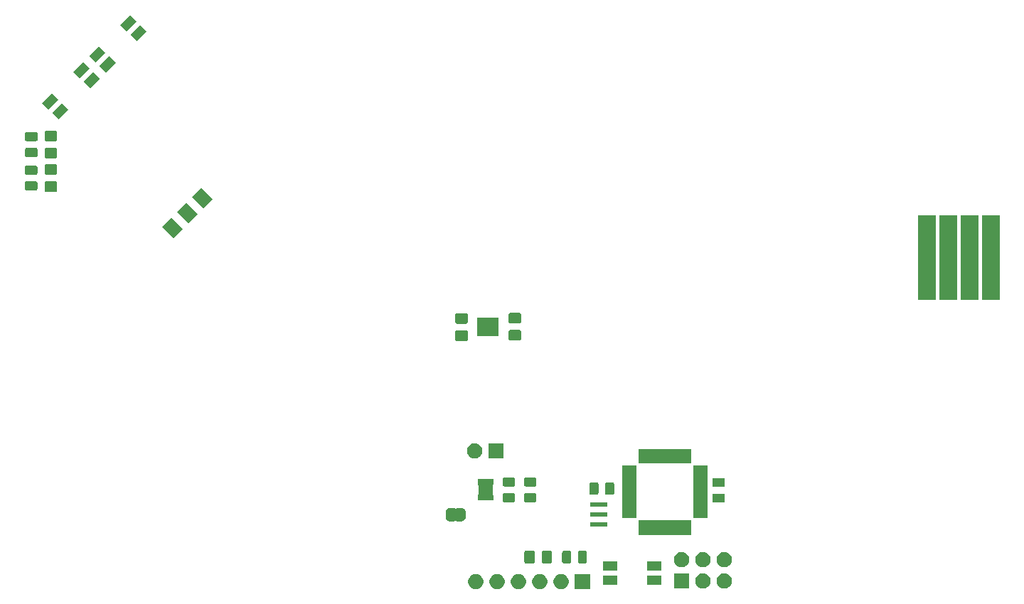
<source format=gbr>
G04 #@! TF.GenerationSoftware,KiCad,Pcbnew,(5.1.5-0-10_14)*
G04 #@! TF.CreationDate,2020-04-05T12:42:30-04:00*
G04 #@! TF.ProjectId,mobo,6d6f626f-2e6b-4696-9361-645f70636258,rev?*
G04 #@! TF.SameCoordinates,Original*
G04 #@! TF.FileFunction,Soldermask,Top*
G04 #@! TF.FilePolarity,Negative*
%FSLAX46Y46*%
G04 Gerber Fmt 4.6, Leading zero omitted, Abs format (unit mm)*
G04 Created by KiCad (PCBNEW (5.1.5-0-10_14)) date 2020-04-05 12:42:30*
%MOMM*%
%LPD*%
G04 APERTURE LIST*
%ADD10C,0.100000*%
G04 APERTURE END LIST*
D10*
G36*
X144699000Y-171988000D02*
G01*
X142897000Y-171988000D01*
X142897000Y-170186000D01*
X144699000Y-170186000D01*
X144699000Y-171988000D01*
G37*
G36*
X141371512Y-170190927D02*
G01*
X141520812Y-170220624D01*
X141684784Y-170288544D01*
X141832354Y-170387147D01*
X141957853Y-170512646D01*
X142056456Y-170660216D01*
X142124376Y-170824188D01*
X142159000Y-170998259D01*
X142159000Y-171175741D01*
X142124376Y-171349812D01*
X142056456Y-171513784D01*
X141957853Y-171661354D01*
X141832354Y-171786853D01*
X141684784Y-171885456D01*
X141520812Y-171953376D01*
X141371512Y-171983073D01*
X141346742Y-171988000D01*
X141169258Y-171988000D01*
X141144488Y-171983073D01*
X140995188Y-171953376D01*
X140831216Y-171885456D01*
X140683646Y-171786853D01*
X140558147Y-171661354D01*
X140459544Y-171513784D01*
X140391624Y-171349812D01*
X140357000Y-171175741D01*
X140357000Y-170998259D01*
X140391624Y-170824188D01*
X140459544Y-170660216D01*
X140558147Y-170512646D01*
X140683646Y-170387147D01*
X140831216Y-170288544D01*
X140995188Y-170220624D01*
X141144488Y-170190927D01*
X141169258Y-170186000D01*
X141346742Y-170186000D01*
X141371512Y-170190927D01*
G37*
G36*
X138831512Y-170190927D02*
G01*
X138980812Y-170220624D01*
X139144784Y-170288544D01*
X139292354Y-170387147D01*
X139417853Y-170512646D01*
X139516456Y-170660216D01*
X139584376Y-170824188D01*
X139619000Y-170998259D01*
X139619000Y-171175741D01*
X139584376Y-171349812D01*
X139516456Y-171513784D01*
X139417853Y-171661354D01*
X139292354Y-171786853D01*
X139144784Y-171885456D01*
X138980812Y-171953376D01*
X138831512Y-171983073D01*
X138806742Y-171988000D01*
X138629258Y-171988000D01*
X138604488Y-171983073D01*
X138455188Y-171953376D01*
X138291216Y-171885456D01*
X138143646Y-171786853D01*
X138018147Y-171661354D01*
X137919544Y-171513784D01*
X137851624Y-171349812D01*
X137817000Y-171175741D01*
X137817000Y-170998259D01*
X137851624Y-170824188D01*
X137919544Y-170660216D01*
X138018147Y-170512646D01*
X138143646Y-170387147D01*
X138291216Y-170288544D01*
X138455188Y-170220624D01*
X138604488Y-170190927D01*
X138629258Y-170186000D01*
X138806742Y-170186000D01*
X138831512Y-170190927D01*
G37*
G36*
X136291512Y-170190927D02*
G01*
X136440812Y-170220624D01*
X136604784Y-170288544D01*
X136752354Y-170387147D01*
X136877853Y-170512646D01*
X136976456Y-170660216D01*
X137044376Y-170824188D01*
X137079000Y-170998259D01*
X137079000Y-171175741D01*
X137044376Y-171349812D01*
X136976456Y-171513784D01*
X136877853Y-171661354D01*
X136752354Y-171786853D01*
X136604784Y-171885456D01*
X136440812Y-171953376D01*
X136291512Y-171983073D01*
X136266742Y-171988000D01*
X136089258Y-171988000D01*
X136064488Y-171983073D01*
X135915188Y-171953376D01*
X135751216Y-171885456D01*
X135603646Y-171786853D01*
X135478147Y-171661354D01*
X135379544Y-171513784D01*
X135311624Y-171349812D01*
X135277000Y-171175741D01*
X135277000Y-170998259D01*
X135311624Y-170824188D01*
X135379544Y-170660216D01*
X135478147Y-170512646D01*
X135603646Y-170387147D01*
X135751216Y-170288544D01*
X135915188Y-170220624D01*
X136064488Y-170190927D01*
X136089258Y-170186000D01*
X136266742Y-170186000D01*
X136291512Y-170190927D01*
G37*
G36*
X133751512Y-170190927D02*
G01*
X133900812Y-170220624D01*
X134064784Y-170288544D01*
X134212354Y-170387147D01*
X134337853Y-170512646D01*
X134436456Y-170660216D01*
X134504376Y-170824188D01*
X134539000Y-170998259D01*
X134539000Y-171175741D01*
X134504376Y-171349812D01*
X134436456Y-171513784D01*
X134337853Y-171661354D01*
X134212354Y-171786853D01*
X134064784Y-171885456D01*
X133900812Y-171953376D01*
X133751512Y-171983073D01*
X133726742Y-171988000D01*
X133549258Y-171988000D01*
X133524488Y-171983073D01*
X133375188Y-171953376D01*
X133211216Y-171885456D01*
X133063646Y-171786853D01*
X132938147Y-171661354D01*
X132839544Y-171513784D01*
X132771624Y-171349812D01*
X132737000Y-171175741D01*
X132737000Y-170998259D01*
X132771624Y-170824188D01*
X132839544Y-170660216D01*
X132938147Y-170512646D01*
X133063646Y-170387147D01*
X133211216Y-170288544D01*
X133375188Y-170220624D01*
X133524488Y-170190927D01*
X133549258Y-170186000D01*
X133726742Y-170186000D01*
X133751512Y-170190927D01*
G37*
G36*
X131211512Y-170190927D02*
G01*
X131360812Y-170220624D01*
X131524784Y-170288544D01*
X131672354Y-170387147D01*
X131797853Y-170512646D01*
X131896456Y-170660216D01*
X131964376Y-170824188D01*
X131999000Y-170998259D01*
X131999000Y-171175741D01*
X131964376Y-171349812D01*
X131896456Y-171513784D01*
X131797853Y-171661354D01*
X131672354Y-171786853D01*
X131524784Y-171885456D01*
X131360812Y-171953376D01*
X131211512Y-171983073D01*
X131186742Y-171988000D01*
X131009258Y-171988000D01*
X130984488Y-171983073D01*
X130835188Y-171953376D01*
X130671216Y-171885456D01*
X130523646Y-171786853D01*
X130398147Y-171661354D01*
X130299544Y-171513784D01*
X130231624Y-171349812D01*
X130197000Y-171175741D01*
X130197000Y-170998259D01*
X130231624Y-170824188D01*
X130299544Y-170660216D01*
X130398147Y-170512646D01*
X130523646Y-170387147D01*
X130671216Y-170288544D01*
X130835188Y-170220624D01*
X130984488Y-170190927D01*
X131009258Y-170186000D01*
X131186742Y-170186000D01*
X131211512Y-170190927D01*
G37*
G36*
X160793512Y-170103927D02*
G01*
X160942812Y-170133624D01*
X161106784Y-170201544D01*
X161254354Y-170300147D01*
X161379853Y-170425646D01*
X161478456Y-170573216D01*
X161546376Y-170737188D01*
X161581000Y-170911259D01*
X161581000Y-171088741D01*
X161546376Y-171262812D01*
X161478456Y-171426784D01*
X161379853Y-171574354D01*
X161254354Y-171699853D01*
X161106784Y-171798456D01*
X160942812Y-171866376D01*
X160793512Y-171896073D01*
X160768742Y-171901000D01*
X160591258Y-171901000D01*
X160566488Y-171896073D01*
X160417188Y-171866376D01*
X160253216Y-171798456D01*
X160105646Y-171699853D01*
X159980147Y-171574354D01*
X159881544Y-171426784D01*
X159813624Y-171262812D01*
X159779000Y-171088741D01*
X159779000Y-170911259D01*
X159813624Y-170737188D01*
X159881544Y-170573216D01*
X159980147Y-170425646D01*
X160105646Y-170300147D01*
X160253216Y-170201544D01*
X160417188Y-170133624D01*
X160566488Y-170103927D01*
X160591258Y-170099000D01*
X160768742Y-170099000D01*
X160793512Y-170103927D01*
G37*
G36*
X158253512Y-170103927D02*
G01*
X158402812Y-170133624D01*
X158566784Y-170201544D01*
X158714354Y-170300147D01*
X158839853Y-170425646D01*
X158938456Y-170573216D01*
X159006376Y-170737188D01*
X159041000Y-170911259D01*
X159041000Y-171088741D01*
X159006376Y-171262812D01*
X158938456Y-171426784D01*
X158839853Y-171574354D01*
X158714354Y-171699853D01*
X158566784Y-171798456D01*
X158402812Y-171866376D01*
X158253512Y-171896073D01*
X158228742Y-171901000D01*
X158051258Y-171901000D01*
X158026488Y-171896073D01*
X157877188Y-171866376D01*
X157713216Y-171798456D01*
X157565646Y-171699853D01*
X157440147Y-171574354D01*
X157341544Y-171426784D01*
X157273624Y-171262812D01*
X157239000Y-171088741D01*
X157239000Y-170911259D01*
X157273624Y-170737188D01*
X157341544Y-170573216D01*
X157440147Y-170425646D01*
X157565646Y-170300147D01*
X157713216Y-170201544D01*
X157877188Y-170133624D01*
X158026488Y-170103927D01*
X158051258Y-170099000D01*
X158228742Y-170099000D01*
X158253512Y-170103927D01*
G37*
G36*
X156501000Y-171901000D02*
G01*
X154699000Y-171901000D01*
X154699000Y-170099000D01*
X156501000Y-170099000D01*
X156501000Y-171901000D01*
G37*
G36*
X153151000Y-171501000D02*
G01*
X151499000Y-171501000D01*
X151499000Y-170399000D01*
X153151000Y-170399000D01*
X153151000Y-171501000D01*
G37*
G36*
X147901000Y-171501000D02*
G01*
X146249000Y-171501000D01*
X146249000Y-170399000D01*
X147901000Y-170399000D01*
X147901000Y-171501000D01*
G37*
G36*
X153151000Y-169801000D02*
G01*
X151499000Y-169801000D01*
X151499000Y-168699000D01*
X153151000Y-168699000D01*
X153151000Y-169801000D01*
G37*
G36*
X147901000Y-169801000D02*
G01*
X146249000Y-169801000D01*
X146249000Y-168699000D01*
X147901000Y-168699000D01*
X147901000Y-169801000D01*
G37*
G36*
X160793512Y-167563927D02*
G01*
X160942812Y-167593624D01*
X161106784Y-167661544D01*
X161254354Y-167760147D01*
X161379853Y-167885646D01*
X161478456Y-168033216D01*
X161546376Y-168197188D01*
X161581000Y-168371259D01*
X161581000Y-168548741D01*
X161546376Y-168722812D01*
X161478456Y-168886784D01*
X161379853Y-169034354D01*
X161254354Y-169159853D01*
X161106784Y-169258456D01*
X160942812Y-169326376D01*
X160793512Y-169356073D01*
X160768742Y-169361000D01*
X160591258Y-169361000D01*
X160566488Y-169356073D01*
X160417188Y-169326376D01*
X160253216Y-169258456D01*
X160105646Y-169159853D01*
X159980147Y-169034354D01*
X159881544Y-168886784D01*
X159813624Y-168722812D01*
X159779000Y-168548741D01*
X159779000Y-168371259D01*
X159813624Y-168197188D01*
X159881544Y-168033216D01*
X159980147Y-167885646D01*
X160105646Y-167760147D01*
X160253216Y-167661544D01*
X160417188Y-167593624D01*
X160566488Y-167563927D01*
X160591258Y-167559000D01*
X160768742Y-167559000D01*
X160793512Y-167563927D01*
G37*
G36*
X158253512Y-167563927D02*
G01*
X158402812Y-167593624D01*
X158566784Y-167661544D01*
X158714354Y-167760147D01*
X158839853Y-167885646D01*
X158938456Y-168033216D01*
X159006376Y-168197188D01*
X159041000Y-168371259D01*
X159041000Y-168548741D01*
X159006376Y-168722812D01*
X158938456Y-168886784D01*
X158839853Y-169034354D01*
X158714354Y-169159853D01*
X158566784Y-169258456D01*
X158402812Y-169326376D01*
X158253512Y-169356073D01*
X158228742Y-169361000D01*
X158051258Y-169361000D01*
X158026488Y-169356073D01*
X157877188Y-169326376D01*
X157713216Y-169258456D01*
X157565646Y-169159853D01*
X157440147Y-169034354D01*
X157341544Y-168886784D01*
X157273624Y-168722812D01*
X157239000Y-168548741D01*
X157239000Y-168371259D01*
X157273624Y-168197188D01*
X157341544Y-168033216D01*
X157440147Y-167885646D01*
X157565646Y-167760147D01*
X157713216Y-167661544D01*
X157877188Y-167593624D01*
X158026488Y-167563927D01*
X158051258Y-167559000D01*
X158228742Y-167559000D01*
X158253512Y-167563927D01*
G37*
G36*
X155713512Y-167563927D02*
G01*
X155862812Y-167593624D01*
X156026784Y-167661544D01*
X156174354Y-167760147D01*
X156299853Y-167885646D01*
X156398456Y-168033216D01*
X156466376Y-168197188D01*
X156501000Y-168371259D01*
X156501000Y-168548741D01*
X156466376Y-168722812D01*
X156398456Y-168886784D01*
X156299853Y-169034354D01*
X156174354Y-169159853D01*
X156026784Y-169258456D01*
X155862812Y-169326376D01*
X155713512Y-169356073D01*
X155688742Y-169361000D01*
X155511258Y-169361000D01*
X155486488Y-169356073D01*
X155337188Y-169326376D01*
X155173216Y-169258456D01*
X155025646Y-169159853D01*
X154900147Y-169034354D01*
X154801544Y-168886784D01*
X154733624Y-168722812D01*
X154699000Y-168548741D01*
X154699000Y-168371259D01*
X154733624Y-168197188D01*
X154801544Y-168033216D01*
X154900147Y-167885646D01*
X155025646Y-167760147D01*
X155173216Y-167661544D01*
X155337188Y-167593624D01*
X155486488Y-167563927D01*
X155511258Y-167559000D01*
X155688742Y-167559000D01*
X155713512Y-167563927D01*
G37*
G36*
X140025674Y-167411465D02*
G01*
X140063367Y-167422899D01*
X140098103Y-167441466D01*
X140128548Y-167466452D01*
X140153534Y-167496897D01*
X140172101Y-167531633D01*
X140183535Y-167569326D01*
X140188000Y-167614661D01*
X140188000Y-168701339D01*
X140183535Y-168746674D01*
X140172101Y-168784367D01*
X140153534Y-168819103D01*
X140128548Y-168849548D01*
X140098103Y-168874534D01*
X140063367Y-168893101D01*
X140025674Y-168904535D01*
X139980339Y-168909000D01*
X139143661Y-168909000D01*
X139098326Y-168904535D01*
X139060633Y-168893101D01*
X139025897Y-168874534D01*
X138995452Y-168849548D01*
X138970466Y-168819103D01*
X138951899Y-168784367D01*
X138940465Y-168746674D01*
X138936000Y-168701339D01*
X138936000Y-167614661D01*
X138940465Y-167569326D01*
X138951899Y-167531633D01*
X138970466Y-167496897D01*
X138995452Y-167466452D01*
X139025897Y-167441466D01*
X139060633Y-167422899D01*
X139098326Y-167411465D01*
X139143661Y-167407000D01*
X139980339Y-167407000D01*
X140025674Y-167411465D01*
G37*
G36*
X137975674Y-167411465D02*
G01*
X138013367Y-167422899D01*
X138048103Y-167441466D01*
X138078548Y-167466452D01*
X138103534Y-167496897D01*
X138122101Y-167531633D01*
X138133535Y-167569326D01*
X138138000Y-167614661D01*
X138138000Y-168701339D01*
X138133535Y-168746674D01*
X138122101Y-168784367D01*
X138103534Y-168819103D01*
X138078548Y-168849548D01*
X138048103Y-168874534D01*
X138013367Y-168893101D01*
X137975674Y-168904535D01*
X137930339Y-168909000D01*
X137093661Y-168909000D01*
X137048326Y-168904535D01*
X137010633Y-168893101D01*
X136975897Y-168874534D01*
X136945452Y-168849548D01*
X136920466Y-168819103D01*
X136901899Y-168784367D01*
X136890465Y-168746674D01*
X136886000Y-168701339D01*
X136886000Y-167614661D01*
X136890465Y-167569326D01*
X136901899Y-167531633D01*
X136920466Y-167496897D01*
X136945452Y-167466452D01*
X136975897Y-167441466D01*
X137010633Y-167422899D01*
X137048326Y-167411465D01*
X137093661Y-167407000D01*
X137930339Y-167407000D01*
X137975674Y-167411465D01*
G37*
G36*
X142289468Y-167411565D02*
G01*
X142328138Y-167423296D01*
X142363777Y-167442346D01*
X142395017Y-167467983D01*
X142420654Y-167499223D01*
X142439704Y-167534862D01*
X142451435Y-167573532D01*
X142456000Y-167619888D01*
X142456000Y-168696112D01*
X142451435Y-168742468D01*
X142439704Y-168781138D01*
X142420654Y-168816777D01*
X142395017Y-168848017D01*
X142363777Y-168873654D01*
X142328138Y-168892704D01*
X142289468Y-168904435D01*
X142243112Y-168909000D01*
X141591888Y-168909000D01*
X141545532Y-168904435D01*
X141506862Y-168892704D01*
X141471223Y-168873654D01*
X141439983Y-168848017D01*
X141414346Y-168816777D01*
X141395296Y-168781138D01*
X141383565Y-168742468D01*
X141379000Y-168696112D01*
X141379000Y-167619888D01*
X141383565Y-167573532D01*
X141395296Y-167534862D01*
X141414346Y-167499223D01*
X141439983Y-167467983D01*
X141471223Y-167442346D01*
X141506862Y-167423296D01*
X141545532Y-167411565D01*
X141591888Y-167407000D01*
X142243112Y-167407000D01*
X142289468Y-167411565D01*
G37*
G36*
X144164468Y-167411565D02*
G01*
X144203138Y-167423296D01*
X144238777Y-167442346D01*
X144270017Y-167467983D01*
X144295654Y-167499223D01*
X144314704Y-167534862D01*
X144326435Y-167573532D01*
X144331000Y-167619888D01*
X144331000Y-168696112D01*
X144326435Y-168742468D01*
X144314704Y-168781138D01*
X144295654Y-168816777D01*
X144270017Y-168848017D01*
X144238777Y-168873654D01*
X144203138Y-168892704D01*
X144164468Y-168904435D01*
X144118112Y-168909000D01*
X143466888Y-168909000D01*
X143420532Y-168904435D01*
X143381862Y-168892704D01*
X143346223Y-168873654D01*
X143314983Y-168848017D01*
X143289346Y-168816777D01*
X143270296Y-168781138D01*
X143258565Y-168742468D01*
X143254000Y-168696112D01*
X143254000Y-167619888D01*
X143258565Y-167573532D01*
X143270296Y-167534862D01*
X143289346Y-167499223D01*
X143314983Y-167467983D01*
X143346223Y-167442346D01*
X143381862Y-167423296D01*
X143420532Y-167411565D01*
X143466888Y-167407000D01*
X144118112Y-167407000D01*
X144164468Y-167411565D01*
G37*
G36*
X156726000Y-165501000D02*
G01*
X150474000Y-165501000D01*
X150474000Y-163799000D01*
X156726000Y-163799000D01*
X156726000Y-165501000D01*
G37*
G36*
X146734000Y-164549000D02*
G01*
X144732000Y-164549000D01*
X144732000Y-164047000D01*
X146734000Y-164047000D01*
X146734000Y-164549000D01*
G37*
G36*
X128559999Y-162299737D02*
G01*
X128569608Y-162302652D01*
X128578472Y-162307390D01*
X128586237Y-162313763D01*
X128596448Y-162326206D01*
X128603378Y-162336575D01*
X128620705Y-162353902D01*
X128641080Y-162367515D01*
X128663720Y-162376891D01*
X128687753Y-162381671D01*
X128712257Y-162381670D01*
X128736290Y-162376888D01*
X128758929Y-162367510D01*
X128779302Y-162353895D01*
X128796629Y-162336568D01*
X128803558Y-162326198D01*
X128813763Y-162313763D01*
X128821528Y-162307390D01*
X128830392Y-162302652D01*
X128840001Y-162299737D01*
X128856140Y-162298148D01*
X129343861Y-162298148D01*
X129362199Y-162299954D01*
X129374450Y-162300556D01*
X129392869Y-162300556D01*
X129415149Y-162302750D01*
X129499233Y-162319476D01*
X129520660Y-162325976D01*
X129599858Y-162358780D01*
X129605303Y-162361691D01*
X129605309Y-162361693D01*
X129614169Y-162366429D01*
X129614173Y-162366432D01*
X129619614Y-162369340D01*
X129690899Y-162416971D01*
X129708204Y-162431172D01*
X129768828Y-162491796D01*
X129783029Y-162509101D01*
X129830660Y-162580386D01*
X129833568Y-162585827D01*
X129833571Y-162585831D01*
X129838307Y-162594691D01*
X129838309Y-162594697D01*
X129841220Y-162600142D01*
X129874024Y-162679340D01*
X129880524Y-162700767D01*
X129897250Y-162784851D01*
X129899444Y-162807131D01*
X129899444Y-162825550D01*
X129900046Y-162837801D01*
X129901852Y-162856139D01*
X129901852Y-163343862D01*
X129900046Y-163362199D01*
X129899444Y-163374450D01*
X129899444Y-163392869D01*
X129897250Y-163415149D01*
X129880524Y-163499233D01*
X129874024Y-163520660D01*
X129841220Y-163599858D01*
X129838309Y-163605303D01*
X129838307Y-163605309D01*
X129833571Y-163614169D01*
X129833568Y-163614173D01*
X129830660Y-163619614D01*
X129783029Y-163690899D01*
X129768828Y-163708204D01*
X129708204Y-163768828D01*
X129690899Y-163783029D01*
X129619614Y-163830660D01*
X129614173Y-163833568D01*
X129614169Y-163833571D01*
X129605309Y-163838307D01*
X129605303Y-163838309D01*
X129599858Y-163841220D01*
X129520660Y-163874024D01*
X129499233Y-163880524D01*
X129415149Y-163897250D01*
X129392869Y-163899444D01*
X129374450Y-163899444D01*
X129362199Y-163900046D01*
X129343862Y-163901852D01*
X128856140Y-163901852D01*
X128840001Y-163900263D01*
X128830392Y-163897348D01*
X128821528Y-163892610D01*
X128813763Y-163886237D01*
X128803552Y-163873794D01*
X128796622Y-163863425D01*
X128779295Y-163846098D01*
X128758920Y-163832485D01*
X128736280Y-163823109D01*
X128712247Y-163818329D01*
X128687743Y-163818330D01*
X128663710Y-163823112D01*
X128641071Y-163832490D01*
X128620698Y-163846105D01*
X128603371Y-163863432D01*
X128596442Y-163873802D01*
X128586237Y-163886237D01*
X128578472Y-163892610D01*
X128569608Y-163897348D01*
X128559999Y-163900263D01*
X128543860Y-163901852D01*
X128056138Y-163901852D01*
X128037801Y-163900046D01*
X128025550Y-163899444D01*
X128007131Y-163899444D01*
X127984851Y-163897250D01*
X127900767Y-163880524D01*
X127879340Y-163874024D01*
X127800142Y-163841220D01*
X127794697Y-163838309D01*
X127794691Y-163838307D01*
X127785831Y-163833571D01*
X127785827Y-163833568D01*
X127780386Y-163830660D01*
X127709101Y-163783029D01*
X127691796Y-163768828D01*
X127631172Y-163708204D01*
X127616971Y-163690899D01*
X127569340Y-163619614D01*
X127566432Y-163614173D01*
X127566429Y-163614169D01*
X127561693Y-163605309D01*
X127561691Y-163605303D01*
X127558780Y-163599858D01*
X127525976Y-163520660D01*
X127519476Y-163499233D01*
X127502750Y-163415149D01*
X127500556Y-163392869D01*
X127500556Y-163374450D01*
X127499954Y-163362199D01*
X127498148Y-163343862D01*
X127498148Y-162856139D01*
X127499954Y-162837801D01*
X127500556Y-162825550D01*
X127500556Y-162807131D01*
X127502750Y-162784851D01*
X127519476Y-162700767D01*
X127525976Y-162679340D01*
X127558780Y-162600142D01*
X127561691Y-162594697D01*
X127561693Y-162594691D01*
X127566429Y-162585831D01*
X127566432Y-162585827D01*
X127569340Y-162580386D01*
X127616971Y-162509101D01*
X127631172Y-162491796D01*
X127691796Y-162431172D01*
X127709101Y-162416971D01*
X127780386Y-162369340D01*
X127785827Y-162366432D01*
X127785831Y-162366429D01*
X127794691Y-162361693D01*
X127794697Y-162361691D01*
X127800142Y-162358780D01*
X127879340Y-162325976D01*
X127900767Y-162319476D01*
X127984851Y-162302750D01*
X128007131Y-162300556D01*
X128025550Y-162300556D01*
X128037801Y-162299954D01*
X128056139Y-162298148D01*
X128543860Y-162298148D01*
X128559999Y-162299737D01*
G37*
G36*
X150201000Y-163526000D02*
G01*
X148499000Y-163526000D01*
X148499000Y-157274000D01*
X150201000Y-157274000D01*
X150201000Y-163526000D01*
G37*
G36*
X158701000Y-163526000D02*
G01*
X156999000Y-163526000D01*
X156999000Y-157274000D01*
X158701000Y-157274000D01*
X158701000Y-163526000D01*
G37*
G36*
X146734000Y-163349000D02*
G01*
X144732000Y-163349000D01*
X144732000Y-162847000D01*
X146734000Y-162847000D01*
X146734000Y-163349000D01*
G37*
G36*
X146734000Y-162149000D02*
G01*
X144732000Y-162149000D01*
X144732000Y-161647000D01*
X146734000Y-161647000D01*
X146734000Y-162149000D01*
G37*
G36*
X160584468Y-160603565D02*
G01*
X160623138Y-160615296D01*
X160658777Y-160634346D01*
X160690017Y-160659983D01*
X160715654Y-160691223D01*
X160734704Y-160726862D01*
X160746435Y-160765532D01*
X160751000Y-160811888D01*
X160751000Y-161463112D01*
X160746435Y-161509468D01*
X160734704Y-161548138D01*
X160715654Y-161583777D01*
X160690017Y-161615017D01*
X160658777Y-161640654D01*
X160623138Y-161659704D01*
X160584468Y-161671435D01*
X160538112Y-161676000D01*
X159461888Y-161676000D01*
X159415532Y-161671435D01*
X159376862Y-161659704D01*
X159341223Y-161640654D01*
X159309983Y-161615017D01*
X159284346Y-161583777D01*
X159265296Y-161548138D01*
X159253565Y-161509468D01*
X159249000Y-161463112D01*
X159249000Y-160811888D01*
X159253565Y-160765532D01*
X159265296Y-160726862D01*
X159284346Y-160691223D01*
X159309983Y-160659983D01*
X159341223Y-160634346D01*
X159376862Y-160615296D01*
X159415532Y-160603565D01*
X159461888Y-160599000D01*
X160538112Y-160599000D01*
X160584468Y-160603565D01*
G37*
G36*
X135625468Y-160543565D02*
G01*
X135664138Y-160555296D01*
X135699777Y-160574346D01*
X135731017Y-160599983D01*
X135756654Y-160631223D01*
X135775704Y-160666862D01*
X135787435Y-160705532D01*
X135792000Y-160751888D01*
X135792000Y-161403112D01*
X135787435Y-161449468D01*
X135775704Y-161488138D01*
X135756654Y-161523777D01*
X135731017Y-161555017D01*
X135699777Y-161580654D01*
X135664138Y-161599704D01*
X135625468Y-161611435D01*
X135579112Y-161616000D01*
X134502888Y-161616000D01*
X134456532Y-161611435D01*
X134417862Y-161599704D01*
X134382223Y-161580654D01*
X134350983Y-161555017D01*
X134325346Y-161523777D01*
X134306296Y-161488138D01*
X134294565Y-161449468D01*
X134290000Y-161403112D01*
X134290000Y-160751888D01*
X134294565Y-160705532D01*
X134306296Y-160666862D01*
X134325346Y-160631223D01*
X134350983Y-160599983D01*
X134382223Y-160574346D01*
X134417862Y-160555296D01*
X134456532Y-160543565D01*
X134502888Y-160539000D01*
X135579112Y-160539000D01*
X135625468Y-160543565D01*
G37*
G36*
X138165468Y-160543565D02*
G01*
X138204138Y-160555296D01*
X138239777Y-160574346D01*
X138271017Y-160599983D01*
X138296654Y-160631223D01*
X138315704Y-160666862D01*
X138327435Y-160705532D01*
X138332000Y-160751888D01*
X138332000Y-161403112D01*
X138327435Y-161449468D01*
X138315704Y-161488138D01*
X138296654Y-161523777D01*
X138271017Y-161555017D01*
X138239777Y-161580654D01*
X138204138Y-161599704D01*
X138165468Y-161611435D01*
X138119112Y-161616000D01*
X137042888Y-161616000D01*
X136996532Y-161611435D01*
X136957862Y-161599704D01*
X136922223Y-161580654D01*
X136890983Y-161555017D01*
X136865346Y-161523777D01*
X136846296Y-161488138D01*
X136834565Y-161449468D01*
X136830000Y-161403112D01*
X136830000Y-160751888D01*
X136834565Y-160705532D01*
X136846296Y-160666862D01*
X136865346Y-160631223D01*
X136890983Y-160599983D01*
X136922223Y-160574346D01*
X136957862Y-160555296D01*
X136996532Y-160543565D01*
X137042888Y-160539000D01*
X138119112Y-160539000D01*
X138165468Y-160543565D01*
G37*
G36*
X133173000Y-159501672D02*
G01*
X133153553Y-159512066D01*
X133134611Y-159527611D01*
X133119066Y-159546553D01*
X133107515Y-159568164D01*
X133100402Y-159591613D01*
X133098000Y-159615999D01*
X133098000Y-160664001D01*
X133100402Y-160688387D01*
X133107515Y-160711836D01*
X133119066Y-160733447D01*
X133134611Y-160752389D01*
X133153553Y-160767934D01*
X133173000Y-160778328D01*
X133173000Y-161391000D01*
X131321000Y-161391000D01*
X131321000Y-160778328D01*
X131340447Y-160767934D01*
X131359389Y-160752389D01*
X131374934Y-160733447D01*
X131386485Y-160711836D01*
X131393598Y-160688387D01*
X131396000Y-160664001D01*
X131396000Y-159615999D01*
X131393598Y-159591613D01*
X131386485Y-159568164D01*
X131374934Y-159546553D01*
X131359389Y-159527611D01*
X131340447Y-159512066D01*
X131321000Y-159501672D01*
X131321000Y-158889000D01*
X133173000Y-158889000D01*
X133173000Y-159501672D01*
G37*
G36*
X145534468Y-159253565D02*
G01*
X145573138Y-159265296D01*
X145608777Y-159284346D01*
X145640017Y-159309983D01*
X145665654Y-159341223D01*
X145684704Y-159376862D01*
X145696435Y-159415532D01*
X145701000Y-159461888D01*
X145701000Y-160538112D01*
X145696435Y-160584468D01*
X145684704Y-160623138D01*
X145665654Y-160658777D01*
X145640017Y-160690017D01*
X145608777Y-160715654D01*
X145573138Y-160734704D01*
X145534468Y-160746435D01*
X145488112Y-160751000D01*
X144836888Y-160751000D01*
X144790532Y-160746435D01*
X144751862Y-160734704D01*
X144716223Y-160715654D01*
X144684983Y-160690017D01*
X144659346Y-160658777D01*
X144640296Y-160623138D01*
X144628565Y-160584468D01*
X144624000Y-160538112D01*
X144624000Y-159461888D01*
X144628565Y-159415532D01*
X144640296Y-159376862D01*
X144659346Y-159341223D01*
X144684983Y-159309983D01*
X144716223Y-159284346D01*
X144751862Y-159265296D01*
X144790532Y-159253565D01*
X144836888Y-159249000D01*
X145488112Y-159249000D01*
X145534468Y-159253565D01*
G37*
G36*
X147409468Y-159253565D02*
G01*
X147448138Y-159265296D01*
X147483777Y-159284346D01*
X147515017Y-159309983D01*
X147540654Y-159341223D01*
X147559704Y-159376862D01*
X147571435Y-159415532D01*
X147576000Y-159461888D01*
X147576000Y-160538112D01*
X147571435Y-160584468D01*
X147559704Y-160623138D01*
X147540654Y-160658777D01*
X147515017Y-160690017D01*
X147483777Y-160715654D01*
X147448138Y-160734704D01*
X147409468Y-160746435D01*
X147363112Y-160751000D01*
X146711888Y-160751000D01*
X146665532Y-160746435D01*
X146626862Y-160734704D01*
X146591223Y-160715654D01*
X146559983Y-160690017D01*
X146534346Y-160658777D01*
X146515296Y-160623138D01*
X146503565Y-160584468D01*
X146499000Y-160538112D01*
X146499000Y-159461888D01*
X146503565Y-159415532D01*
X146515296Y-159376862D01*
X146534346Y-159341223D01*
X146559983Y-159309983D01*
X146591223Y-159284346D01*
X146626862Y-159265296D01*
X146665532Y-159253565D01*
X146711888Y-159249000D01*
X147363112Y-159249000D01*
X147409468Y-159253565D01*
G37*
G36*
X160584468Y-158728565D02*
G01*
X160623138Y-158740296D01*
X160658777Y-158759346D01*
X160690017Y-158784983D01*
X160715654Y-158816223D01*
X160734704Y-158851862D01*
X160746435Y-158890532D01*
X160751000Y-158936888D01*
X160751000Y-159588112D01*
X160746435Y-159634468D01*
X160734704Y-159673138D01*
X160715654Y-159708777D01*
X160690017Y-159740017D01*
X160658777Y-159765654D01*
X160623138Y-159784704D01*
X160584468Y-159796435D01*
X160538112Y-159801000D01*
X159461888Y-159801000D01*
X159415532Y-159796435D01*
X159376862Y-159784704D01*
X159341223Y-159765654D01*
X159309983Y-159740017D01*
X159284346Y-159708777D01*
X159265296Y-159673138D01*
X159253565Y-159634468D01*
X159249000Y-159588112D01*
X159249000Y-158936888D01*
X159253565Y-158890532D01*
X159265296Y-158851862D01*
X159284346Y-158816223D01*
X159309983Y-158784983D01*
X159341223Y-158759346D01*
X159376862Y-158740296D01*
X159415532Y-158728565D01*
X159461888Y-158724000D01*
X160538112Y-158724000D01*
X160584468Y-158728565D01*
G37*
G36*
X138165468Y-158668565D02*
G01*
X138204138Y-158680296D01*
X138239777Y-158699346D01*
X138271017Y-158724983D01*
X138296654Y-158756223D01*
X138315704Y-158791862D01*
X138327435Y-158830532D01*
X138332000Y-158876888D01*
X138332000Y-159528112D01*
X138327435Y-159574468D01*
X138315704Y-159613138D01*
X138296654Y-159648777D01*
X138271017Y-159680017D01*
X138239777Y-159705654D01*
X138204138Y-159724704D01*
X138165468Y-159736435D01*
X138119112Y-159741000D01*
X137042888Y-159741000D01*
X136996532Y-159736435D01*
X136957862Y-159724704D01*
X136922223Y-159705654D01*
X136890983Y-159680017D01*
X136865346Y-159648777D01*
X136846296Y-159613138D01*
X136834565Y-159574468D01*
X136830000Y-159528112D01*
X136830000Y-158876888D01*
X136834565Y-158830532D01*
X136846296Y-158791862D01*
X136865346Y-158756223D01*
X136890983Y-158724983D01*
X136922223Y-158699346D01*
X136957862Y-158680296D01*
X136996532Y-158668565D01*
X137042888Y-158664000D01*
X138119112Y-158664000D01*
X138165468Y-158668565D01*
G37*
G36*
X135625468Y-158668565D02*
G01*
X135664138Y-158680296D01*
X135699777Y-158699346D01*
X135731017Y-158724983D01*
X135756654Y-158756223D01*
X135775704Y-158791862D01*
X135787435Y-158830532D01*
X135792000Y-158876888D01*
X135792000Y-159528112D01*
X135787435Y-159574468D01*
X135775704Y-159613138D01*
X135756654Y-159648777D01*
X135731017Y-159680017D01*
X135699777Y-159705654D01*
X135664138Y-159724704D01*
X135625468Y-159736435D01*
X135579112Y-159741000D01*
X134502888Y-159741000D01*
X134456532Y-159736435D01*
X134417862Y-159724704D01*
X134382223Y-159705654D01*
X134350983Y-159680017D01*
X134325346Y-159648777D01*
X134306296Y-159613138D01*
X134294565Y-159574468D01*
X134290000Y-159528112D01*
X134290000Y-158876888D01*
X134294565Y-158830532D01*
X134306296Y-158791862D01*
X134325346Y-158756223D01*
X134350983Y-158724983D01*
X134382223Y-158699346D01*
X134417862Y-158680296D01*
X134456532Y-158668565D01*
X134502888Y-158664000D01*
X135579112Y-158664000D01*
X135625468Y-158668565D01*
G37*
G36*
X156726000Y-157001000D02*
G01*
X150474000Y-157001000D01*
X150474000Y-155299000D01*
X156726000Y-155299000D01*
X156726000Y-157001000D01*
G37*
G36*
X134401000Y-156401000D02*
G01*
X132599000Y-156401000D01*
X132599000Y-154599000D01*
X134401000Y-154599000D01*
X134401000Y-156401000D01*
G37*
G36*
X131073512Y-154603927D02*
G01*
X131222812Y-154633624D01*
X131386784Y-154701544D01*
X131534354Y-154800147D01*
X131659853Y-154925646D01*
X131758456Y-155073216D01*
X131826376Y-155237188D01*
X131861000Y-155411259D01*
X131861000Y-155588741D01*
X131826376Y-155762812D01*
X131758456Y-155926784D01*
X131659853Y-156074354D01*
X131534354Y-156199853D01*
X131386784Y-156298456D01*
X131222812Y-156366376D01*
X131073512Y-156396073D01*
X131048742Y-156401000D01*
X130871258Y-156401000D01*
X130846488Y-156396073D01*
X130697188Y-156366376D01*
X130533216Y-156298456D01*
X130385646Y-156199853D01*
X130260147Y-156074354D01*
X130161544Y-155926784D01*
X130093624Y-155762812D01*
X130059000Y-155588741D01*
X130059000Y-155411259D01*
X130093624Y-155237188D01*
X130161544Y-155073216D01*
X130260147Y-154925646D01*
X130385646Y-154800147D01*
X130533216Y-154701544D01*
X130697188Y-154633624D01*
X130846488Y-154603927D01*
X130871258Y-154599000D01*
X131048742Y-154599000D01*
X131073512Y-154603927D01*
G37*
G36*
X129988674Y-141153465D02*
G01*
X130026367Y-141164899D01*
X130061103Y-141183466D01*
X130091548Y-141208452D01*
X130116534Y-141238897D01*
X130135101Y-141273633D01*
X130146535Y-141311326D01*
X130151000Y-141356661D01*
X130151000Y-142193339D01*
X130146535Y-142238674D01*
X130135101Y-142276367D01*
X130116534Y-142311103D01*
X130091548Y-142341548D01*
X130061103Y-142366534D01*
X130026367Y-142385101D01*
X129988674Y-142396535D01*
X129943339Y-142401000D01*
X128856661Y-142401000D01*
X128811326Y-142396535D01*
X128773633Y-142385101D01*
X128738897Y-142366534D01*
X128708452Y-142341548D01*
X128683466Y-142311103D01*
X128664899Y-142276367D01*
X128653465Y-142238674D01*
X128649000Y-142193339D01*
X128649000Y-141356661D01*
X128653465Y-141311326D01*
X128664899Y-141273633D01*
X128683466Y-141238897D01*
X128708452Y-141208452D01*
X128738897Y-141183466D01*
X128773633Y-141164899D01*
X128811326Y-141153465D01*
X128856661Y-141149000D01*
X129943339Y-141149000D01*
X129988674Y-141153465D01*
G37*
G36*
X136338674Y-141103465D02*
G01*
X136376367Y-141114899D01*
X136411103Y-141133466D01*
X136441548Y-141158452D01*
X136466534Y-141188897D01*
X136485101Y-141223633D01*
X136496535Y-141261326D01*
X136501000Y-141306661D01*
X136501000Y-142143339D01*
X136496535Y-142188674D01*
X136485101Y-142226367D01*
X136466534Y-142261103D01*
X136441548Y-142291548D01*
X136411103Y-142316534D01*
X136376367Y-142335101D01*
X136338674Y-142346535D01*
X136293339Y-142351000D01*
X135206661Y-142351000D01*
X135161326Y-142346535D01*
X135123633Y-142335101D01*
X135088897Y-142316534D01*
X135058452Y-142291548D01*
X135033466Y-142261103D01*
X135014899Y-142226367D01*
X135003465Y-142188674D01*
X134999000Y-142143339D01*
X134999000Y-141306661D01*
X135003465Y-141261326D01*
X135014899Y-141223633D01*
X135033466Y-141188897D01*
X135058452Y-141158452D01*
X135088897Y-141133466D01*
X135123633Y-141114899D01*
X135161326Y-141103465D01*
X135206661Y-141099000D01*
X136293339Y-141099000D01*
X136338674Y-141103465D01*
G37*
G36*
X133826000Y-141861000D02*
G01*
X131274000Y-141861000D01*
X131274000Y-139649000D01*
X133826000Y-139649000D01*
X133826000Y-141861000D01*
G37*
G36*
X129988674Y-139103465D02*
G01*
X130026367Y-139114899D01*
X130061103Y-139133466D01*
X130091548Y-139158452D01*
X130116534Y-139188897D01*
X130135101Y-139223633D01*
X130146535Y-139261326D01*
X130151000Y-139306661D01*
X130151000Y-140143339D01*
X130146535Y-140188674D01*
X130135101Y-140226367D01*
X130116534Y-140261103D01*
X130091548Y-140291548D01*
X130061103Y-140316534D01*
X130026367Y-140335101D01*
X129988674Y-140346535D01*
X129943339Y-140351000D01*
X128856661Y-140351000D01*
X128811326Y-140346535D01*
X128773633Y-140335101D01*
X128738897Y-140316534D01*
X128708452Y-140291548D01*
X128683466Y-140261103D01*
X128664899Y-140226367D01*
X128653465Y-140188674D01*
X128649000Y-140143339D01*
X128649000Y-139306661D01*
X128653465Y-139261326D01*
X128664899Y-139223633D01*
X128683466Y-139188897D01*
X128708452Y-139158452D01*
X128738897Y-139133466D01*
X128773633Y-139114899D01*
X128811326Y-139103465D01*
X128856661Y-139099000D01*
X129943339Y-139099000D01*
X129988674Y-139103465D01*
G37*
G36*
X136338674Y-139053465D02*
G01*
X136376367Y-139064899D01*
X136411103Y-139083466D01*
X136441548Y-139108452D01*
X136466534Y-139138897D01*
X136485101Y-139173633D01*
X136496535Y-139211326D01*
X136501000Y-139256661D01*
X136501000Y-140093339D01*
X136496535Y-140138674D01*
X136485101Y-140176367D01*
X136466534Y-140211103D01*
X136441548Y-140241548D01*
X136411103Y-140266534D01*
X136376367Y-140285101D01*
X136338674Y-140296535D01*
X136293339Y-140301000D01*
X135206661Y-140301000D01*
X135161326Y-140296535D01*
X135123633Y-140285101D01*
X135088897Y-140266534D01*
X135058452Y-140241548D01*
X135033466Y-140211103D01*
X135014899Y-140176367D01*
X135003465Y-140138674D01*
X134999000Y-140093339D01*
X134999000Y-139256661D01*
X135003465Y-139211326D01*
X135014899Y-139173633D01*
X135033466Y-139138897D01*
X135058452Y-139108452D01*
X135088897Y-139083466D01*
X135123633Y-139064899D01*
X135161326Y-139053465D01*
X135206661Y-139049000D01*
X136293339Y-139049000D01*
X136338674Y-139053465D01*
G37*
G36*
X185836000Y-137551000D02*
G01*
X183734000Y-137551000D01*
X183734000Y-127449000D01*
X185836000Y-127449000D01*
X185836000Y-137551000D01*
G37*
G36*
X188376000Y-137551000D02*
G01*
X186274000Y-137551000D01*
X186274000Y-127449000D01*
X188376000Y-127449000D01*
X188376000Y-137551000D01*
G37*
G36*
X190916000Y-137551000D02*
G01*
X188814000Y-137551000D01*
X188814000Y-127449000D01*
X190916000Y-127449000D01*
X190916000Y-137551000D01*
G37*
G36*
X193456000Y-137551000D02*
G01*
X191354000Y-137551000D01*
X191354000Y-127449000D01*
X193456000Y-127449000D01*
X193456000Y-137551000D01*
G37*
G36*
X96238851Y-129006066D02*
G01*
X95106066Y-130138851D01*
X93761149Y-128793934D01*
X94893934Y-127661149D01*
X96238851Y-129006066D01*
G37*
G36*
X98006618Y-127238299D02*
G01*
X96873833Y-128371084D01*
X95528916Y-127026167D01*
X96661701Y-125893382D01*
X98006618Y-127238299D01*
G37*
G36*
X99774385Y-125470532D02*
G01*
X98641600Y-126603317D01*
X97296683Y-125258400D01*
X98429468Y-124125615D01*
X99774385Y-125470532D01*
G37*
G36*
X81098527Y-123403465D02*
G01*
X81136220Y-123414899D01*
X81170956Y-123433466D01*
X81201401Y-123458452D01*
X81226387Y-123488897D01*
X81244954Y-123523633D01*
X81256388Y-123561326D01*
X81260853Y-123606661D01*
X81260853Y-124443339D01*
X81256388Y-124488674D01*
X81244954Y-124526367D01*
X81226387Y-124561103D01*
X81201401Y-124591548D01*
X81170956Y-124616534D01*
X81136220Y-124635101D01*
X81098527Y-124646535D01*
X81053192Y-124651000D01*
X79966514Y-124651000D01*
X79921179Y-124646535D01*
X79883486Y-124635101D01*
X79848750Y-124616534D01*
X79818305Y-124591548D01*
X79793319Y-124561103D01*
X79774752Y-124526367D01*
X79763318Y-124488674D01*
X79758853Y-124443339D01*
X79758853Y-123606661D01*
X79763318Y-123561326D01*
X79774752Y-123523633D01*
X79793319Y-123488897D01*
X79818305Y-123458452D01*
X79848750Y-123433466D01*
X79883486Y-123414899D01*
X79921179Y-123403465D01*
X79966514Y-123399000D01*
X81053192Y-123399000D01*
X81098527Y-123403465D01*
G37*
G36*
X78741494Y-123403565D02*
G01*
X78780164Y-123415296D01*
X78815803Y-123434346D01*
X78847043Y-123459983D01*
X78872680Y-123491223D01*
X78891730Y-123526862D01*
X78903461Y-123565532D01*
X78908026Y-123611888D01*
X78908026Y-124263112D01*
X78903461Y-124309468D01*
X78891730Y-124348138D01*
X78872680Y-124383777D01*
X78847043Y-124415017D01*
X78815803Y-124440654D01*
X78780164Y-124459704D01*
X78741494Y-124471435D01*
X78695138Y-124476000D01*
X77618914Y-124476000D01*
X77572558Y-124471435D01*
X77533888Y-124459704D01*
X77498249Y-124440654D01*
X77467009Y-124415017D01*
X77441372Y-124383777D01*
X77422322Y-124348138D01*
X77410591Y-124309468D01*
X77406026Y-124263112D01*
X77406026Y-123611888D01*
X77410591Y-123565532D01*
X77422322Y-123526862D01*
X77441372Y-123491223D01*
X77467009Y-123459983D01*
X77498249Y-123434346D01*
X77533888Y-123415296D01*
X77572558Y-123403565D01*
X77618914Y-123399000D01*
X78695138Y-123399000D01*
X78741494Y-123403565D01*
G37*
G36*
X78741494Y-121528565D02*
G01*
X78780164Y-121540296D01*
X78815803Y-121559346D01*
X78847043Y-121584983D01*
X78872680Y-121616223D01*
X78891730Y-121651862D01*
X78903461Y-121690532D01*
X78908026Y-121736888D01*
X78908026Y-122388112D01*
X78903461Y-122434468D01*
X78891730Y-122473138D01*
X78872680Y-122508777D01*
X78847043Y-122540017D01*
X78815803Y-122565654D01*
X78780164Y-122584704D01*
X78741494Y-122596435D01*
X78695138Y-122601000D01*
X77618914Y-122601000D01*
X77572558Y-122596435D01*
X77533888Y-122584704D01*
X77498249Y-122565654D01*
X77467009Y-122540017D01*
X77441372Y-122508777D01*
X77422322Y-122473138D01*
X77410591Y-122434468D01*
X77406026Y-122388112D01*
X77406026Y-121736888D01*
X77410591Y-121690532D01*
X77422322Y-121651862D01*
X77441372Y-121616223D01*
X77467009Y-121584983D01*
X77498249Y-121559346D01*
X77533888Y-121540296D01*
X77572558Y-121528565D01*
X77618914Y-121524000D01*
X78695138Y-121524000D01*
X78741494Y-121528565D01*
G37*
G36*
X81098527Y-121353465D02*
G01*
X81136220Y-121364899D01*
X81170956Y-121383466D01*
X81201401Y-121408452D01*
X81226387Y-121438897D01*
X81244954Y-121473633D01*
X81256388Y-121511326D01*
X81260853Y-121556661D01*
X81260853Y-122393339D01*
X81256388Y-122438674D01*
X81244954Y-122476367D01*
X81226387Y-122511103D01*
X81201401Y-122541548D01*
X81170956Y-122566534D01*
X81136220Y-122585101D01*
X81098527Y-122596535D01*
X81053192Y-122601000D01*
X79966514Y-122601000D01*
X79921179Y-122596535D01*
X79883486Y-122585101D01*
X79848750Y-122566534D01*
X79818305Y-122541548D01*
X79793319Y-122511103D01*
X79774752Y-122476367D01*
X79763318Y-122438674D01*
X79758853Y-122393339D01*
X79758853Y-121556661D01*
X79763318Y-121511326D01*
X79774752Y-121473633D01*
X79793319Y-121438897D01*
X79818305Y-121408452D01*
X79848750Y-121383466D01*
X79883486Y-121364899D01*
X79921179Y-121353465D01*
X79966514Y-121349000D01*
X81053192Y-121349000D01*
X81098527Y-121353465D01*
G37*
G36*
X81088674Y-119403465D02*
G01*
X81126367Y-119414899D01*
X81161103Y-119433466D01*
X81191548Y-119458452D01*
X81216534Y-119488897D01*
X81235101Y-119523633D01*
X81246535Y-119561326D01*
X81251000Y-119606661D01*
X81251000Y-120443339D01*
X81246535Y-120488674D01*
X81235101Y-120526367D01*
X81216534Y-120561103D01*
X81191548Y-120591548D01*
X81161103Y-120616534D01*
X81126367Y-120635101D01*
X81088674Y-120646535D01*
X81043339Y-120651000D01*
X79956661Y-120651000D01*
X79911326Y-120646535D01*
X79873633Y-120635101D01*
X79838897Y-120616534D01*
X79808452Y-120591548D01*
X79783466Y-120561103D01*
X79764899Y-120526367D01*
X79753465Y-120488674D01*
X79749000Y-120443339D01*
X79749000Y-119606661D01*
X79753465Y-119561326D01*
X79764899Y-119523633D01*
X79783466Y-119488897D01*
X79808452Y-119458452D01*
X79838897Y-119433466D01*
X79873633Y-119414899D01*
X79911326Y-119403465D01*
X79956661Y-119399000D01*
X81043339Y-119399000D01*
X81088674Y-119403465D01*
G37*
G36*
X78759454Y-119403565D02*
G01*
X78798124Y-119415296D01*
X78833763Y-119434346D01*
X78865003Y-119459983D01*
X78890640Y-119491223D01*
X78909690Y-119526862D01*
X78921421Y-119565532D01*
X78925986Y-119611888D01*
X78925986Y-120263112D01*
X78921421Y-120309468D01*
X78909690Y-120348138D01*
X78890640Y-120383777D01*
X78865003Y-120415017D01*
X78833763Y-120440654D01*
X78798124Y-120459704D01*
X78759454Y-120471435D01*
X78713098Y-120476000D01*
X77636874Y-120476000D01*
X77590518Y-120471435D01*
X77551848Y-120459704D01*
X77516209Y-120440654D01*
X77484969Y-120415017D01*
X77459332Y-120383777D01*
X77440282Y-120348138D01*
X77428551Y-120309468D01*
X77423986Y-120263112D01*
X77423986Y-119611888D01*
X77428551Y-119565532D01*
X77440282Y-119526862D01*
X77459332Y-119491223D01*
X77484969Y-119459983D01*
X77516209Y-119434346D01*
X77551848Y-119415296D01*
X77590518Y-119403565D01*
X77636874Y-119399000D01*
X78713098Y-119399000D01*
X78759454Y-119403565D01*
G37*
G36*
X78759454Y-117528565D02*
G01*
X78798124Y-117540296D01*
X78833763Y-117559346D01*
X78865003Y-117584983D01*
X78890640Y-117616223D01*
X78909690Y-117651862D01*
X78921421Y-117690532D01*
X78925986Y-117736888D01*
X78925986Y-118388112D01*
X78921421Y-118434468D01*
X78909690Y-118473138D01*
X78890640Y-118508777D01*
X78865003Y-118540017D01*
X78833763Y-118565654D01*
X78798124Y-118584704D01*
X78759454Y-118596435D01*
X78713098Y-118601000D01*
X77636874Y-118601000D01*
X77590518Y-118596435D01*
X77551848Y-118584704D01*
X77516209Y-118565654D01*
X77484969Y-118540017D01*
X77459332Y-118508777D01*
X77440282Y-118473138D01*
X77428551Y-118434468D01*
X77423986Y-118388112D01*
X77423986Y-117736888D01*
X77428551Y-117690532D01*
X77440282Y-117651862D01*
X77459332Y-117616223D01*
X77484969Y-117584983D01*
X77516209Y-117559346D01*
X77551848Y-117540296D01*
X77590518Y-117528565D01*
X77636874Y-117524000D01*
X78713098Y-117524000D01*
X78759454Y-117528565D01*
G37*
G36*
X81088674Y-117353465D02*
G01*
X81126367Y-117364899D01*
X81161103Y-117383466D01*
X81191548Y-117408452D01*
X81216534Y-117438897D01*
X81235101Y-117473633D01*
X81246535Y-117511326D01*
X81251000Y-117556661D01*
X81251000Y-118393339D01*
X81246535Y-118438674D01*
X81235101Y-118476367D01*
X81216534Y-118511103D01*
X81191548Y-118541548D01*
X81161103Y-118566534D01*
X81126367Y-118585101D01*
X81088674Y-118596535D01*
X81043339Y-118601000D01*
X79956661Y-118601000D01*
X79911326Y-118596535D01*
X79873633Y-118585101D01*
X79838897Y-118566534D01*
X79808452Y-118541548D01*
X79783466Y-118511103D01*
X79764899Y-118476367D01*
X79753465Y-118438674D01*
X79749000Y-118393339D01*
X79749000Y-117556661D01*
X79753465Y-117511326D01*
X79764899Y-117473633D01*
X79783466Y-117438897D01*
X79808452Y-117408452D01*
X79838897Y-117383466D01*
X79873633Y-117364899D01*
X79911326Y-117353465D01*
X79956661Y-117349000D01*
X81043339Y-117349000D01*
X81088674Y-117353465D01*
G37*
G36*
X82618571Y-114862742D02*
G01*
X81450431Y-116030882D01*
X80671199Y-115251650D01*
X81839339Y-114083510D01*
X82618571Y-114862742D01*
G37*
G36*
X81416490Y-113660661D02*
G01*
X80248350Y-114828801D01*
X79469118Y-114049569D01*
X80637258Y-112881429D01*
X81416490Y-113660661D01*
G37*
G36*
X86330882Y-111150431D02*
G01*
X85162742Y-112318571D01*
X84383510Y-111539339D01*
X85551650Y-110371199D01*
X86330882Y-111150431D01*
G37*
G36*
X85128801Y-109948350D02*
G01*
X83960661Y-111116490D01*
X83181429Y-110337258D01*
X84349569Y-109169118D01*
X85128801Y-109948350D01*
G37*
G36*
X88218571Y-109262742D02*
G01*
X87050431Y-110430882D01*
X86271199Y-109651650D01*
X87439339Y-108483510D01*
X88218571Y-109262742D01*
G37*
G36*
X87016490Y-108060661D02*
G01*
X85848350Y-109228801D01*
X85069118Y-108449569D01*
X86237258Y-107281429D01*
X87016490Y-108060661D01*
G37*
G36*
X91930882Y-105550431D02*
G01*
X90762742Y-106718571D01*
X89983510Y-105939339D01*
X91151650Y-104771199D01*
X91930882Y-105550431D01*
G37*
G36*
X90728801Y-104348350D02*
G01*
X89560661Y-105516490D01*
X88781429Y-104737258D01*
X89949569Y-103569118D01*
X90728801Y-104348350D01*
G37*
M02*

</source>
